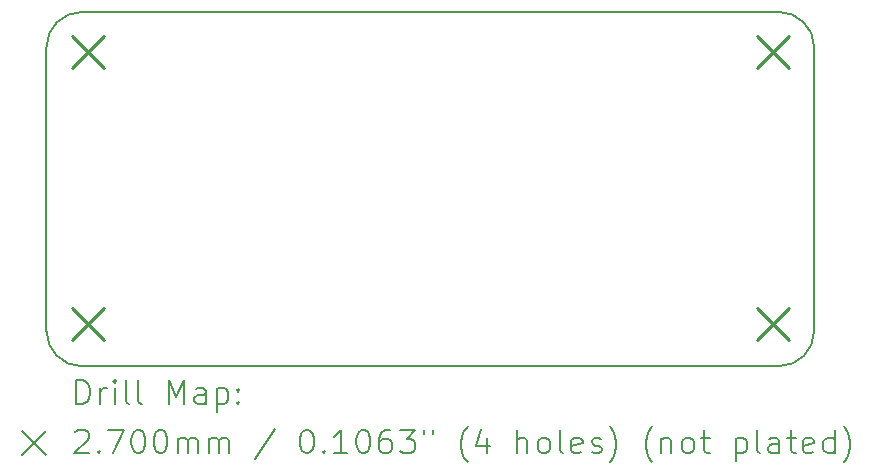
<source format=gbr>
%TF.GenerationSoftware,KiCad,Pcbnew,8.0.8*%
%TF.CreationDate,2025-02-26T07:42:44+09:00*%
%TF.ProjectId,1bit-cpu_HAT,31626974-2d63-4707-955f-4841542e6b69,rev?*%
%TF.SameCoordinates,Original*%
%TF.FileFunction,Drillmap*%
%TF.FilePolarity,Positive*%
%FSLAX45Y45*%
G04 Gerber Fmt 4.5, Leading zero omitted, Abs format (unit mm)*
G04 Created by KiCad (PCBNEW 8.0.8) date 2025-02-26 07:42:44*
%MOMM*%
%LPD*%
G01*
G04 APERTURE LIST*
%ADD10C,0.150000*%
%ADD11C,0.200000*%
%ADD12C,0.270000*%
G04 APERTURE END LIST*
D10*
X12290000Y-9278000D02*
G75*
G02*
X12590000Y-8978000I300000J0D01*
G01*
X18790000Y-9278000D02*
X18790000Y-11678000D01*
X12590000Y-11978000D02*
G75*
G02*
X12290000Y-11678000I0J300000D01*
G01*
X18440000Y-11978000D02*
X18490000Y-11978000D01*
X18490000Y-8978000D02*
G75*
G02*
X18790000Y-9278000I0J-300000D01*
G01*
X12590000Y-8978000D02*
X18490000Y-8978000D01*
X12290000Y-11678000D02*
X12290000Y-9278000D01*
X18790000Y-11678000D02*
G75*
G02*
X18490000Y-11978000I-300000J0D01*
G01*
X12640000Y-11978000D02*
X12590000Y-11978000D01*
X12640000Y-11978000D02*
X18440000Y-11978000D01*
D11*
D12*
X12505000Y-9185000D02*
X12775000Y-9455000D01*
X12775000Y-9185000D02*
X12505000Y-9455000D01*
X12505000Y-11485000D02*
X12775000Y-11755000D01*
X12775000Y-11485000D02*
X12505000Y-11755000D01*
X18305000Y-9185000D02*
X18575000Y-9455000D01*
X18575000Y-9185000D02*
X18305000Y-9455000D01*
X18305000Y-11485000D02*
X18575000Y-11755000D01*
X18575000Y-11485000D02*
X18305000Y-11755000D01*
D11*
X12543277Y-12296984D02*
X12543277Y-12096984D01*
X12543277Y-12096984D02*
X12590896Y-12096984D01*
X12590896Y-12096984D02*
X12619467Y-12106508D01*
X12619467Y-12106508D02*
X12638515Y-12125555D01*
X12638515Y-12125555D02*
X12648039Y-12144603D01*
X12648039Y-12144603D02*
X12657562Y-12182698D01*
X12657562Y-12182698D02*
X12657562Y-12211269D01*
X12657562Y-12211269D02*
X12648039Y-12249365D01*
X12648039Y-12249365D02*
X12638515Y-12268412D01*
X12638515Y-12268412D02*
X12619467Y-12287460D01*
X12619467Y-12287460D02*
X12590896Y-12296984D01*
X12590896Y-12296984D02*
X12543277Y-12296984D01*
X12743277Y-12296984D02*
X12743277Y-12163650D01*
X12743277Y-12201746D02*
X12752801Y-12182698D01*
X12752801Y-12182698D02*
X12762324Y-12173174D01*
X12762324Y-12173174D02*
X12781372Y-12163650D01*
X12781372Y-12163650D02*
X12800420Y-12163650D01*
X12867086Y-12296984D02*
X12867086Y-12163650D01*
X12867086Y-12096984D02*
X12857562Y-12106508D01*
X12857562Y-12106508D02*
X12867086Y-12116031D01*
X12867086Y-12116031D02*
X12876610Y-12106508D01*
X12876610Y-12106508D02*
X12867086Y-12096984D01*
X12867086Y-12096984D02*
X12867086Y-12116031D01*
X12990896Y-12296984D02*
X12971848Y-12287460D01*
X12971848Y-12287460D02*
X12962324Y-12268412D01*
X12962324Y-12268412D02*
X12962324Y-12096984D01*
X13095658Y-12296984D02*
X13076610Y-12287460D01*
X13076610Y-12287460D02*
X13067086Y-12268412D01*
X13067086Y-12268412D02*
X13067086Y-12096984D01*
X13324229Y-12296984D02*
X13324229Y-12096984D01*
X13324229Y-12096984D02*
X13390896Y-12239841D01*
X13390896Y-12239841D02*
X13457562Y-12096984D01*
X13457562Y-12096984D02*
X13457562Y-12296984D01*
X13638515Y-12296984D02*
X13638515Y-12192222D01*
X13638515Y-12192222D02*
X13628991Y-12173174D01*
X13628991Y-12173174D02*
X13609943Y-12163650D01*
X13609943Y-12163650D02*
X13571848Y-12163650D01*
X13571848Y-12163650D02*
X13552801Y-12173174D01*
X13638515Y-12287460D02*
X13619467Y-12296984D01*
X13619467Y-12296984D02*
X13571848Y-12296984D01*
X13571848Y-12296984D02*
X13552801Y-12287460D01*
X13552801Y-12287460D02*
X13543277Y-12268412D01*
X13543277Y-12268412D02*
X13543277Y-12249365D01*
X13543277Y-12249365D02*
X13552801Y-12230317D01*
X13552801Y-12230317D02*
X13571848Y-12220793D01*
X13571848Y-12220793D02*
X13619467Y-12220793D01*
X13619467Y-12220793D02*
X13638515Y-12211269D01*
X13733753Y-12163650D02*
X13733753Y-12363650D01*
X13733753Y-12173174D02*
X13752801Y-12163650D01*
X13752801Y-12163650D02*
X13790896Y-12163650D01*
X13790896Y-12163650D02*
X13809943Y-12173174D01*
X13809943Y-12173174D02*
X13819467Y-12182698D01*
X13819467Y-12182698D02*
X13828991Y-12201746D01*
X13828991Y-12201746D02*
X13828991Y-12258888D01*
X13828991Y-12258888D02*
X13819467Y-12277936D01*
X13819467Y-12277936D02*
X13809943Y-12287460D01*
X13809943Y-12287460D02*
X13790896Y-12296984D01*
X13790896Y-12296984D02*
X13752801Y-12296984D01*
X13752801Y-12296984D02*
X13733753Y-12287460D01*
X13914705Y-12277936D02*
X13924229Y-12287460D01*
X13924229Y-12287460D02*
X13914705Y-12296984D01*
X13914705Y-12296984D02*
X13905182Y-12287460D01*
X13905182Y-12287460D02*
X13914705Y-12277936D01*
X13914705Y-12277936D02*
X13914705Y-12296984D01*
X13914705Y-12173174D02*
X13924229Y-12182698D01*
X13924229Y-12182698D02*
X13914705Y-12192222D01*
X13914705Y-12192222D02*
X13905182Y-12182698D01*
X13905182Y-12182698D02*
X13914705Y-12173174D01*
X13914705Y-12173174D02*
X13914705Y-12192222D01*
X12082500Y-12525500D02*
X12282500Y-12725500D01*
X12282500Y-12525500D02*
X12082500Y-12725500D01*
X12533753Y-12536031D02*
X12543277Y-12526508D01*
X12543277Y-12526508D02*
X12562324Y-12516984D01*
X12562324Y-12516984D02*
X12609943Y-12516984D01*
X12609943Y-12516984D02*
X12628991Y-12526508D01*
X12628991Y-12526508D02*
X12638515Y-12536031D01*
X12638515Y-12536031D02*
X12648039Y-12555079D01*
X12648039Y-12555079D02*
X12648039Y-12574127D01*
X12648039Y-12574127D02*
X12638515Y-12602698D01*
X12638515Y-12602698D02*
X12524229Y-12716984D01*
X12524229Y-12716984D02*
X12648039Y-12716984D01*
X12733753Y-12697936D02*
X12743277Y-12707460D01*
X12743277Y-12707460D02*
X12733753Y-12716984D01*
X12733753Y-12716984D02*
X12724229Y-12707460D01*
X12724229Y-12707460D02*
X12733753Y-12697936D01*
X12733753Y-12697936D02*
X12733753Y-12716984D01*
X12809943Y-12516984D02*
X12943277Y-12516984D01*
X12943277Y-12516984D02*
X12857562Y-12716984D01*
X13057562Y-12516984D02*
X13076610Y-12516984D01*
X13076610Y-12516984D02*
X13095658Y-12526508D01*
X13095658Y-12526508D02*
X13105182Y-12536031D01*
X13105182Y-12536031D02*
X13114705Y-12555079D01*
X13114705Y-12555079D02*
X13124229Y-12593174D01*
X13124229Y-12593174D02*
X13124229Y-12640793D01*
X13124229Y-12640793D02*
X13114705Y-12678888D01*
X13114705Y-12678888D02*
X13105182Y-12697936D01*
X13105182Y-12697936D02*
X13095658Y-12707460D01*
X13095658Y-12707460D02*
X13076610Y-12716984D01*
X13076610Y-12716984D02*
X13057562Y-12716984D01*
X13057562Y-12716984D02*
X13038515Y-12707460D01*
X13038515Y-12707460D02*
X13028991Y-12697936D01*
X13028991Y-12697936D02*
X13019467Y-12678888D01*
X13019467Y-12678888D02*
X13009943Y-12640793D01*
X13009943Y-12640793D02*
X13009943Y-12593174D01*
X13009943Y-12593174D02*
X13019467Y-12555079D01*
X13019467Y-12555079D02*
X13028991Y-12536031D01*
X13028991Y-12536031D02*
X13038515Y-12526508D01*
X13038515Y-12526508D02*
X13057562Y-12516984D01*
X13248039Y-12516984D02*
X13267086Y-12516984D01*
X13267086Y-12516984D02*
X13286134Y-12526508D01*
X13286134Y-12526508D02*
X13295658Y-12536031D01*
X13295658Y-12536031D02*
X13305182Y-12555079D01*
X13305182Y-12555079D02*
X13314705Y-12593174D01*
X13314705Y-12593174D02*
X13314705Y-12640793D01*
X13314705Y-12640793D02*
X13305182Y-12678888D01*
X13305182Y-12678888D02*
X13295658Y-12697936D01*
X13295658Y-12697936D02*
X13286134Y-12707460D01*
X13286134Y-12707460D02*
X13267086Y-12716984D01*
X13267086Y-12716984D02*
X13248039Y-12716984D01*
X13248039Y-12716984D02*
X13228991Y-12707460D01*
X13228991Y-12707460D02*
X13219467Y-12697936D01*
X13219467Y-12697936D02*
X13209943Y-12678888D01*
X13209943Y-12678888D02*
X13200420Y-12640793D01*
X13200420Y-12640793D02*
X13200420Y-12593174D01*
X13200420Y-12593174D02*
X13209943Y-12555079D01*
X13209943Y-12555079D02*
X13219467Y-12536031D01*
X13219467Y-12536031D02*
X13228991Y-12526508D01*
X13228991Y-12526508D02*
X13248039Y-12516984D01*
X13400420Y-12716984D02*
X13400420Y-12583650D01*
X13400420Y-12602698D02*
X13409943Y-12593174D01*
X13409943Y-12593174D02*
X13428991Y-12583650D01*
X13428991Y-12583650D02*
X13457563Y-12583650D01*
X13457563Y-12583650D02*
X13476610Y-12593174D01*
X13476610Y-12593174D02*
X13486134Y-12612222D01*
X13486134Y-12612222D02*
X13486134Y-12716984D01*
X13486134Y-12612222D02*
X13495658Y-12593174D01*
X13495658Y-12593174D02*
X13514705Y-12583650D01*
X13514705Y-12583650D02*
X13543277Y-12583650D01*
X13543277Y-12583650D02*
X13562324Y-12593174D01*
X13562324Y-12593174D02*
X13571848Y-12612222D01*
X13571848Y-12612222D02*
X13571848Y-12716984D01*
X13667086Y-12716984D02*
X13667086Y-12583650D01*
X13667086Y-12602698D02*
X13676610Y-12593174D01*
X13676610Y-12593174D02*
X13695658Y-12583650D01*
X13695658Y-12583650D02*
X13724229Y-12583650D01*
X13724229Y-12583650D02*
X13743277Y-12593174D01*
X13743277Y-12593174D02*
X13752801Y-12612222D01*
X13752801Y-12612222D02*
X13752801Y-12716984D01*
X13752801Y-12612222D02*
X13762324Y-12593174D01*
X13762324Y-12593174D02*
X13781372Y-12583650D01*
X13781372Y-12583650D02*
X13809943Y-12583650D01*
X13809943Y-12583650D02*
X13828991Y-12593174D01*
X13828991Y-12593174D02*
X13838515Y-12612222D01*
X13838515Y-12612222D02*
X13838515Y-12716984D01*
X14228991Y-12507460D02*
X14057563Y-12764603D01*
X14486134Y-12516984D02*
X14505182Y-12516984D01*
X14505182Y-12516984D02*
X14524229Y-12526508D01*
X14524229Y-12526508D02*
X14533753Y-12536031D01*
X14533753Y-12536031D02*
X14543277Y-12555079D01*
X14543277Y-12555079D02*
X14552801Y-12593174D01*
X14552801Y-12593174D02*
X14552801Y-12640793D01*
X14552801Y-12640793D02*
X14543277Y-12678888D01*
X14543277Y-12678888D02*
X14533753Y-12697936D01*
X14533753Y-12697936D02*
X14524229Y-12707460D01*
X14524229Y-12707460D02*
X14505182Y-12716984D01*
X14505182Y-12716984D02*
X14486134Y-12716984D01*
X14486134Y-12716984D02*
X14467086Y-12707460D01*
X14467086Y-12707460D02*
X14457563Y-12697936D01*
X14457563Y-12697936D02*
X14448039Y-12678888D01*
X14448039Y-12678888D02*
X14438515Y-12640793D01*
X14438515Y-12640793D02*
X14438515Y-12593174D01*
X14438515Y-12593174D02*
X14448039Y-12555079D01*
X14448039Y-12555079D02*
X14457563Y-12536031D01*
X14457563Y-12536031D02*
X14467086Y-12526508D01*
X14467086Y-12526508D02*
X14486134Y-12516984D01*
X14638515Y-12697936D02*
X14648039Y-12707460D01*
X14648039Y-12707460D02*
X14638515Y-12716984D01*
X14638515Y-12716984D02*
X14628991Y-12707460D01*
X14628991Y-12707460D02*
X14638515Y-12697936D01*
X14638515Y-12697936D02*
X14638515Y-12716984D01*
X14838515Y-12716984D02*
X14724229Y-12716984D01*
X14781372Y-12716984D02*
X14781372Y-12516984D01*
X14781372Y-12516984D02*
X14762325Y-12545555D01*
X14762325Y-12545555D02*
X14743277Y-12564603D01*
X14743277Y-12564603D02*
X14724229Y-12574127D01*
X14962325Y-12516984D02*
X14981372Y-12516984D01*
X14981372Y-12516984D02*
X15000420Y-12526508D01*
X15000420Y-12526508D02*
X15009944Y-12536031D01*
X15009944Y-12536031D02*
X15019467Y-12555079D01*
X15019467Y-12555079D02*
X15028991Y-12593174D01*
X15028991Y-12593174D02*
X15028991Y-12640793D01*
X15028991Y-12640793D02*
X15019467Y-12678888D01*
X15019467Y-12678888D02*
X15009944Y-12697936D01*
X15009944Y-12697936D02*
X15000420Y-12707460D01*
X15000420Y-12707460D02*
X14981372Y-12716984D01*
X14981372Y-12716984D02*
X14962325Y-12716984D01*
X14962325Y-12716984D02*
X14943277Y-12707460D01*
X14943277Y-12707460D02*
X14933753Y-12697936D01*
X14933753Y-12697936D02*
X14924229Y-12678888D01*
X14924229Y-12678888D02*
X14914706Y-12640793D01*
X14914706Y-12640793D02*
X14914706Y-12593174D01*
X14914706Y-12593174D02*
X14924229Y-12555079D01*
X14924229Y-12555079D02*
X14933753Y-12536031D01*
X14933753Y-12536031D02*
X14943277Y-12526508D01*
X14943277Y-12526508D02*
X14962325Y-12516984D01*
X15200420Y-12516984D02*
X15162325Y-12516984D01*
X15162325Y-12516984D02*
X15143277Y-12526508D01*
X15143277Y-12526508D02*
X15133753Y-12536031D01*
X15133753Y-12536031D02*
X15114706Y-12564603D01*
X15114706Y-12564603D02*
X15105182Y-12602698D01*
X15105182Y-12602698D02*
X15105182Y-12678888D01*
X15105182Y-12678888D02*
X15114706Y-12697936D01*
X15114706Y-12697936D02*
X15124229Y-12707460D01*
X15124229Y-12707460D02*
X15143277Y-12716984D01*
X15143277Y-12716984D02*
X15181372Y-12716984D01*
X15181372Y-12716984D02*
X15200420Y-12707460D01*
X15200420Y-12707460D02*
X15209944Y-12697936D01*
X15209944Y-12697936D02*
X15219467Y-12678888D01*
X15219467Y-12678888D02*
X15219467Y-12631269D01*
X15219467Y-12631269D02*
X15209944Y-12612222D01*
X15209944Y-12612222D02*
X15200420Y-12602698D01*
X15200420Y-12602698D02*
X15181372Y-12593174D01*
X15181372Y-12593174D02*
X15143277Y-12593174D01*
X15143277Y-12593174D02*
X15124229Y-12602698D01*
X15124229Y-12602698D02*
X15114706Y-12612222D01*
X15114706Y-12612222D02*
X15105182Y-12631269D01*
X15286134Y-12516984D02*
X15409944Y-12516984D01*
X15409944Y-12516984D02*
X15343277Y-12593174D01*
X15343277Y-12593174D02*
X15371848Y-12593174D01*
X15371848Y-12593174D02*
X15390896Y-12602698D01*
X15390896Y-12602698D02*
X15400420Y-12612222D01*
X15400420Y-12612222D02*
X15409944Y-12631269D01*
X15409944Y-12631269D02*
X15409944Y-12678888D01*
X15409944Y-12678888D02*
X15400420Y-12697936D01*
X15400420Y-12697936D02*
X15390896Y-12707460D01*
X15390896Y-12707460D02*
X15371848Y-12716984D01*
X15371848Y-12716984D02*
X15314706Y-12716984D01*
X15314706Y-12716984D02*
X15295658Y-12707460D01*
X15295658Y-12707460D02*
X15286134Y-12697936D01*
X15486134Y-12516984D02*
X15486134Y-12555079D01*
X15562325Y-12516984D02*
X15562325Y-12555079D01*
X15857563Y-12793174D02*
X15848039Y-12783650D01*
X15848039Y-12783650D02*
X15828991Y-12755079D01*
X15828991Y-12755079D02*
X15819468Y-12736031D01*
X15819468Y-12736031D02*
X15809944Y-12707460D01*
X15809944Y-12707460D02*
X15800420Y-12659841D01*
X15800420Y-12659841D02*
X15800420Y-12621746D01*
X15800420Y-12621746D02*
X15809944Y-12574127D01*
X15809944Y-12574127D02*
X15819468Y-12545555D01*
X15819468Y-12545555D02*
X15828991Y-12526508D01*
X15828991Y-12526508D02*
X15848039Y-12497936D01*
X15848039Y-12497936D02*
X15857563Y-12488412D01*
X16019468Y-12583650D02*
X16019468Y-12716984D01*
X15971848Y-12507460D02*
X15924229Y-12650317D01*
X15924229Y-12650317D02*
X16048039Y-12650317D01*
X16276610Y-12716984D02*
X16276610Y-12516984D01*
X16362325Y-12716984D02*
X16362325Y-12612222D01*
X16362325Y-12612222D02*
X16352801Y-12593174D01*
X16352801Y-12593174D02*
X16333753Y-12583650D01*
X16333753Y-12583650D02*
X16305182Y-12583650D01*
X16305182Y-12583650D02*
X16286134Y-12593174D01*
X16286134Y-12593174D02*
X16276610Y-12602698D01*
X16486134Y-12716984D02*
X16467087Y-12707460D01*
X16467087Y-12707460D02*
X16457563Y-12697936D01*
X16457563Y-12697936D02*
X16448039Y-12678888D01*
X16448039Y-12678888D02*
X16448039Y-12621746D01*
X16448039Y-12621746D02*
X16457563Y-12602698D01*
X16457563Y-12602698D02*
X16467087Y-12593174D01*
X16467087Y-12593174D02*
X16486134Y-12583650D01*
X16486134Y-12583650D02*
X16514706Y-12583650D01*
X16514706Y-12583650D02*
X16533753Y-12593174D01*
X16533753Y-12593174D02*
X16543277Y-12602698D01*
X16543277Y-12602698D02*
X16552801Y-12621746D01*
X16552801Y-12621746D02*
X16552801Y-12678888D01*
X16552801Y-12678888D02*
X16543277Y-12697936D01*
X16543277Y-12697936D02*
X16533753Y-12707460D01*
X16533753Y-12707460D02*
X16514706Y-12716984D01*
X16514706Y-12716984D02*
X16486134Y-12716984D01*
X16667087Y-12716984D02*
X16648039Y-12707460D01*
X16648039Y-12707460D02*
X16638515Y-12688412D01*
X16638515Y-12688412D02*
X16638515Y-12516984D01*
X16819468Y-12707460D02*
X16800420Y-12716984D01*
X16800420Y-12716984D02*
X16762325Y-12716984D01*
X16762325Y-12716984D02*
X16743277Y-12707460D01*
X16743277Y-12707460D02*
X16733753Y-12688412D01*
X16733753Y-12688412D02*
X16733753Y-12612222D01*
X16733753Y-12612222D02*
X16743277Y-12593174D01*
X16743277Y-12593174D02*
X16762325Y-12583650D01*
X16762325Y-12583650D02*
X16800420Y-12583650D01*
X16800420Y-12583650D02*
X16819468Y-12593174D01*
X16819468Y-12593174D02*
X16828992Y-12612222D01*
X16828992Y-12612222D02*
X16828992Y-12631269D01*
X16828992Y-12631269D02*
X16733753Y-12650317D01*
X16905182Y-12707460D02*
X16924230Y-12716984D01*
X16924230Y-12716984D02*
X16962325Y-12716984D01*
X16962325Y-12716984D02*
X16981373Y-12707460D01*
X16981373Y-12707460D02*
X16990896Y-12688412D01*
X16990896Y-12688412D02*
X16990896Y-12678888D01*
X16990896Y-12678888D02*
X16981373Y-12659841D01*
X16981373Y-12659841D02*
X16962325Y-12650317D01*
X16962325Y-12650317D02*
X16933753Y-12650317D01*
X16933753Y-12650317D02*
X16914706Y-12640793D01*
X16914706Y-12640793D02*
X16905182Y-12621746D01*
X16905182Y-12621746D02*
X16905182Y-12612222D01*
X16905182Y-12612222D02*
X16914706Y-12593174D01*
X16914706Y-12593174D02*
X16933753Y-12583650D01*
X16933753Y-12583650D02*
X16962325Y-12583650D01*
X16962325Y-12583650D02*
X16981373Y-12593174D01*
X17057563Y-12793174D02*
X17067087Y-12783650D01*
X17067087Y-12783650D02*
X17086134Y-12755079D01*
X17086134Y-12755079D02*
X17095658Y-12736031D01*
X17095658Y-12736031D02*
X17105182Y-12707460D01*
X17105182Y-12707460D02*
X17114706Y-12659841D01*
X17114706Y-12659841D02*
X17114706Y-12621746D01*
X17114706Y-12621746D02*
X17105182Y-12574127D01*
X17105182Y-12574127D02*
X17095658Y-12545555D01*
X17095658Y-12545555D02*
X17086134Y-12526508D01*
X17086134Y-12526508D02*
X17067087Y-12497936D01*
X17067087Y-12497936D02*
X17057563Y-12488412D01*
X17419468Y-12793174D02*
X17409944Y-12783650D01*
X17409944Y-12783650D02*
X17390896Y-12755079D01*
X17390896Y-12755079D02*
X17381373Y-12736031D01*
X17381373Y-12736031D02*
X17371849Y-12707460D01*
X17371849Y-12707460D02*
X17362325Y-12659841D01*
X17362325Y-12659841D02*
X17362325Y-12621746D01*
X17362325Y-12621746D02*
X17371849Y-12574127D01*
X17371849Y-12574127D02*
X17381373Y-12545555D01*
X17381373Y-12545555D02*
X17390896Y-12526508D01*
X17390896Y-12526508D02*
X17409944Y-12497936D01*
X17409944Y-12497936D02*
X17419468Y-12488412D01*
X17495658Y-12583650D02*
X17495658Y-12716984D01*
X17495658Y-12602698D02*
X17505182Y-12593174D01*
X17505182Y-12593174D02*
X17524230Y-12583650D01*
X17524230Y-12583650D02*
X17552801Y-12583650D01*
X17552801Y-12583650D02*
X17571849Y-12593174D01*
X17571849Y-12593174D02*
X17581373Y-12612222D01*
X17581373Y-12612222D02*
X17581373Y-12716984D01*
X17705182Y-12716984D02*
X17686134Y-12707460D01*
X17686134Y-12707460D02*
X17676611Y-12697936D01*
X17676611Y-12697936D02*
X17667087Y-12678888D01*
X17667087Y-12678888D02*
X17667087Y-12621746D01*
X17667087Y-12621746D02*
X17676611Y-12602698D01*
X17676611Y-12602698D02*
X17686134Y-12593174D01*
X17686134Y-12593174D02*
X17705182Y-12583650D01*
X17705182Y-12583650D02*
X17733754Y-12583650D01*
X17733754Y-12583650D02*
X17752801Y-12593174D01*
X17752801Y-12593174D02*
X17762325Y-12602698D01*
X17762325Y-12602698D02*
X17771849Y-12621746D01*
X17771849Y-12621746D02*
X17771849Y-12678888D01*
X17771849Y-12678888D02*
X17762325Y-12697936D01*
X17762325Y-12697936D02*
X17752801Y-12707460D01*
X17752801Y-12707460D02*
X17733754Y-12716984D01*
X17733754Y-12716984D02*
X17705182Y-12716984D01*
X17828992Y-12583650D02*
X17905182Y-12583650D01*
X17857563Y-12516984D02*
X17857563Y-12688412D01*
X17857563Y-12688412D02*
X17867087Y-12707460D01*
X17867087Y-12707460D02*
X17886134Y-12716984D01*
X17886134Y-12716984D02*
X17905182Y-12716984D01*
X18124230Y-12583650D02*
X18124230Y-12783650D01*
X18124230Y-12593174D02*
X18143277Y-12583650D01*
X18143277Y-12583650D02*
X18181373Y-12583650D01*
X18181373Y-12583650D02*
X18200420Y-12593174D01*
X18200420Y-12593174D02*
X18209944Y-12602698D01*
X18209944Y-12602698D02*
X18219468Y-12621746D01*
X18219468Y-12621746D02*
X18219468Y-12678888D01*
X18219468Y-12678888D02*
X18209944Y-12697936D01*
X18209944Y-12697936D02*
X18200420Y-12707460D01*
X18200420Y-12707460D02*
X18181373Y-12716984D01*
X18181373Y-12716984D02*
X18143277Y-12716984D01*
X18143277Y-12716984D02*
X18124230Y-12707460D01*
X18333754Y-12716984D02*
X18314706Y-12707460D01*
X18314706Y-12707460D02*
X18305182Y-12688412D01*
X18305182Y-12688412D02*
X18305182Y-12516984D01*
X18495658Y-12716984D02*
X18495658Y-12612222D01*
X18495658Y-12612222D02*
X18486135Y-12593174D01*
X18486135Y-12593174D02*
X18467087Y-12583650D01*
X18467087Y-12583650D02*
X18428992Y-12583650D01*
X18428992Y-12583650D02*
X18409944Y-12593174D01*
X18495658Y-12707460D02*
X18476611Y-12716984D01*
X18476611Y-12716984D02*
X18428992Y-12716984D01*
X18428992Y-12716984D02*
X18409944Y-12707460D01*
X18409944Y-12707460D02*
X18400420Y-12688412D01*
X18400420Y-12688412D02*
X18400420Y-12669365D01*
X18400420Y-12669365D02*
X18409944Y-12650317D01*
X18409944Y-12650317D02*
X18428992Y-12640793D01*
X18428992Y-12640793D02*
X18476611Y-12640793D01*
X18476611Y-12640793D02*
X18495658Y-12631269D01*
X18562325Y-12583650D02*
X18638515Y-12583650D01*
X18590896Y-12516984D02*
X18590896Y-12688412D01*
X18590896Y-12688412D02*
X18600420Y-12707460D01*
X18600420Y-12707460D02*
X18619468Y-12716984D01*
X18619468Y-12716984D02*
X18638515Y-12716984D01*
X18781373Y-12707460D02*
X18762325Y-12716984D01*
X18762325Y-12716984D02*
X18724230Y-12716984D01*
X18724230Y-12716984D02*
X18705182Y-12707460D01*
X18705182Y-12707460D02*
X18695658Y-12688412D01*
X18695658Y-12688412D02*
X18695658Y-12612222D01*
X18695658Y-12612222D02*
X18705182Y-12593174D01*
X18705182Y-12593174D02*
X18724230Y-12583650D01*
X18724230Y-12583650D02*
X18762325Y-12583650D01*
X18762325Y-12583650D02*
X18781373Y-12593174D01*
X18781373Y-12593174D02*
X18790896Y-12612222D01*
X18790896Y-12612222D02*
X18790896Y-12631269D01*
X18790896Y-12631269D02*
X18695658Y-12650317D01*
X18962325Y-12716984D02*
X18962325Y-12516984D01*
X18962325Y-12707460D02*
X18943277Y-12716984D01*
X18943277Y-12716984D02*
X18905182Y-12716984D01*
X18905182Y-12716984D02*
X18886135Y-12707460D01*
X18886135Y-12707460D02*
X18876611Y-12697936D01*
X18876611Y-12697936D02*
X18867087Y-12678888D01*
X18867087Y-12678888D02*
X18867087Y-12621746D01*
X18867087Y-12621746D02*
X18876611Y-12602698D01*
X18876611Y-12602698D02*
X18886135Y-12593174D01*
X18886135Y-12593174D02*
X18905182Y-12583650D01*
X18905182Y-12583650D02*
X18943277Y-12583650D01*
X18943277Y-12583650D02*
X18962325Y-12593174D01*
X19038516Y-12793174D02*
X19048039Y-12783650D01*
X19048039Y-12783650D02*
X19067087Y-12755079D01*
X19067087Y-12755079D02*
X19076611Y-12736031D01*
X19076611Y-12736031D02*
X19086135Y-12707460D01*
X19086135Y-12707460D02*
X19095658Y-12659841D01*
X19095658Y-12659841D02*
X19095658Y-12621746D01*
X19095658Y-12621746D02*
X19086135Y-12574127D01*
X19086135Y-12574127D02*
X19076611Y-12545555D01*
X19076611Y-12545555D02*
X19067087Y-12526508D01*
X19067087Y-12526508D02*
X19048039Y-12497936D01*
X19048039Y-12497936D02*
X19038516Y-12488412D01*
M02*

</source>
